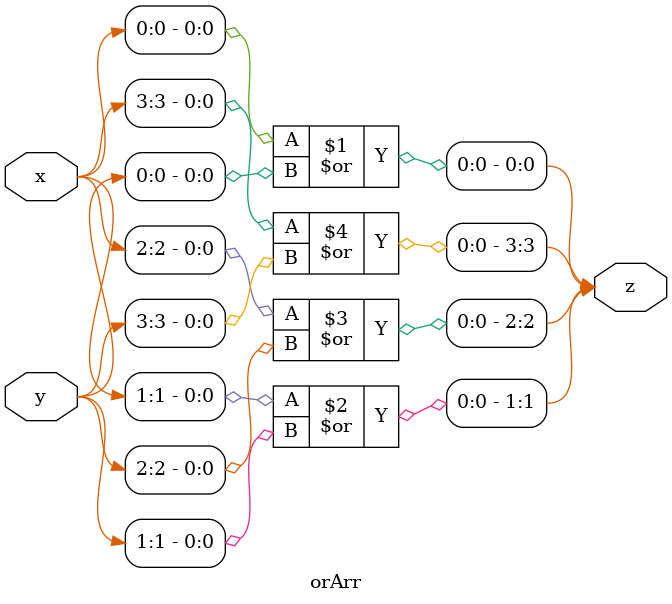
<source format=v>
module orArr(x, y, z);
input [3:0] x,y;
output [3:0] z;

or g1(z[0], x[0], y[0]);
or g2(z[1], x[1], y[1]);
or g3(z[2], x[2], y[2]);
or g4(z[3], x[3], y[3]);

endmodule

</source>
